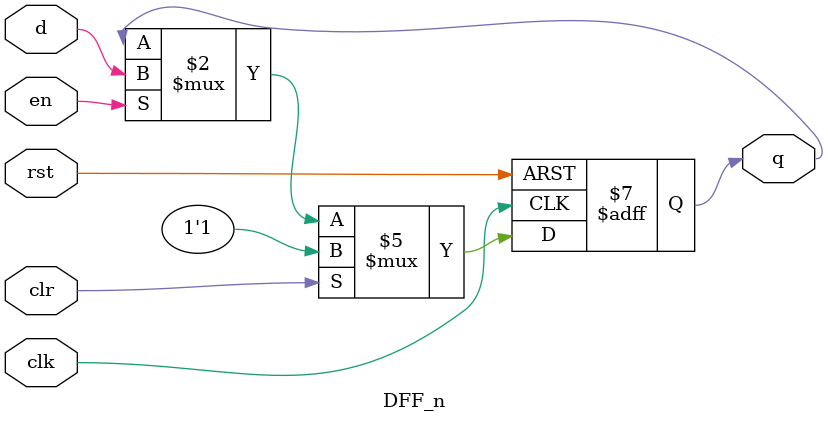
<source format=v>
`timescale 1ns/10ps

module DFF_n 
#(
	 parameter WIDTH	= 1
)
(	 
	 clk
	,rst
	,clr
	,en
	,d
	,q
);

input						clk;
input						rst;
input						en;
input						clr;
input		[WIDTH-1:0]		d;
output	reg	[WIDTH-1:0]		q;

always@(posedge clk or posedge rst)
begin
	if(rst)
		q <= {(WIDTH){1'd1}};
	
	else if(clr)
		q <= {(WIDTH){1'd1}};
		
	else if(en)
		q <= d;
end
endmodule
</source>
